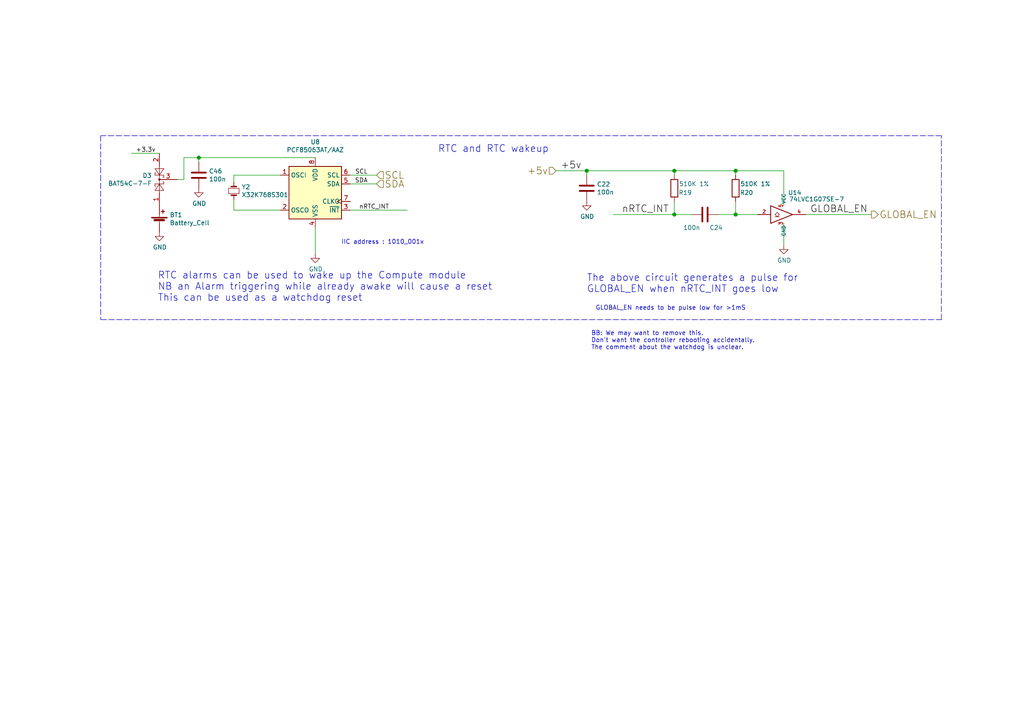
<source format=kicad_sch>
(kicad_sch (version 20230121) (generator eeschema)
  (paper "A4")
  (title_block (title "Compute Module 4 IO USB3 Board - RTC - FAN") (rev "1") (company "Copyright © 2020-2022 Raspberry Pi Ltd (formerly Raspberry Pi (Trading) Ltd.)") (comment 1 "www.raspberrypi.com"))
  (lib_symbols
    (symbol "CM4IO:74LVC1G07_copy"
      (property "Reference" "U" (at -2.54 3.81 0))
      (property "Value" "74LVC1G07_copy" (at 0 -3.81 0))
      (symbol "74LVC1G07_copy_0_1"
        (polyline (pts (xy -2.54 -0.635) (xy -1.27 -0.635)))
        (polyline (pts (xy -3.81 2.54) (xy -3.81 -2.54) (xy 2.54 0) (xy -3.81 2.54)) (stroke (width 0.254)))
        (polyline (pts (xy -1.905 0.635) (xy -2.54 0) (xy -1.905 -0.635) (xy -1.27 0) (xy -1.905 0.635)))
      )
      (symbol "74LVC1G07_copy_1_1"
        (pin input line (at -7.62 0 0) (length 3.81) (name "~") (number "2"))
        (pin power_in line (at 0 -2.54 270) (length 0) (name "GND") (number "3"))
        (pin open_collector line (at 6.35 0 180) (length 3.81) (name "~") (number "4"))
        (pin power_in line (at 0 2.54 90) (length 0) (name "VCC") (number "5"))
      )
    )
    (symbol "Device:Battery_Cell" (pin_numbers hide) (pin_names (offset 0) hide)
      (property "Reference" "BT" (at 2.54 2.54 0))
      (property "Value" "Battery_Cell" (at 2.54 0 0))
      (symbol "Battery_Cell_0_1"
        (rectangle (start -2.286 1.778) (end 2.286 1.524) (fill (type outline)))
        (rectangle (start -1.5748 1.1938) (end 1.4732 0.6858) (fill (type outline)))
        (polyline (pts (xy 0 0.762) (xy 0 0)))
        (polyline (pts (xy 0 1.778) (xy 0 2.54)))
        (polyline (pts (xy 0.508 3.429) (xy 1.524 3.429)) (stroke (width 0.254)))
        (polyline (pts (xy 1.016 3.937) (xy 1.016 2.921)) (stroke (width 0.254)))
      )
      (symbol "Battery_Cell_1_1"
        (pin passive line (at 0 5.08 270) (length 2.54) (name "+") (number "1"))
        (pin passive line (at 0 -2.54 90) (length 2.54) (name "-") (number "2"))
      )
    )
    (symbol "Device:C" (pin_numbers hide) (pin_names (offset 0.254))
      (property "Reference" "C" (at 0.635 2.54 0))
      (property "Value" "C" (at 0.635 -2.54 0))
      (symbol "C_0_1"
        (polyline (pts (xy -2.032 -0.762) (xy 2.032 -0.762)) (stroke (width 0.508)))
        (polyline (pts (xy -2.032 0.762) (xy 2.032 0.762)) (stroke (width 0.508)))
      )
      (symbol "C_1_1"
        (pin passive line (at 0 3.81 270) (length 2.794) (name "~") (number "1"))
        (pin passive line (at 0 -3.81 90) (length 2.794) (name "~") (number "2"))
      )
    )
    (symbol "Device:Crystal_Small" (pin_numbers hide) (pin_names hide)
      (property "Reference" "Y" (at 0 2.54 0))
      (property "Value" "Crystal_Small" (at 0 -2.54 0))
      (symbol "Crystal_Small_0_1"
        (rectangle (start -0.762 -1.524) (end 0.762 1.524))
        (polyline (pts (xy -1.27 -0.762) (xy -1.27 0.762)) (stroke (width 0.381)))
        (polyline (pts (xy 1.27 -0.762) (xy 1.27 0.762)) (stroke (width 0.381)))
      )
      (symbol "Crystal_Small_1_1"
        (pin passive line (at -2.54 0 0) (length 1.27) (name "1") (number "1"))
        (pin passive line (at 2.54 0 180) (length 1.27) (name "2") (number "2"))
      )
    )
    (symbol "Device:R" (pin_numbers hide) (pin_names (offset 0))
      (property "Reference" "R" (at 2.032 0 90))
      (property "Value" "R" (at 0 0 90))
      (symbol "R_0_1"
        (rectangle (start -1.016 -2.54) (end 1.016 2.54) (stroke (width 0.254)))
      )
      (symbol "R_1_1"
        (pin passive line (at 0 3.81 270) (length 1.27) (name "~") (number "1"))
        (pin passive line (at 0 -3.81 90) (length 1.27) (name "~") (number "2"))
      )
    )
    (symbol "Diode:BAT54C"
      (property "Reference" "D" (at 0.635 -3.81 0))
      (property "Value" "BAT54C" (at -6.35 3.175 0))
      (symbol "BAT54C_0_1"
        (polyline (pts (xy -1.905 0) (xy 1.905 0)))
        (polyline (pts (xy -1.905 1.27) (xy -1.905 1.016)))
        (polyline (pts (xy -1.27 -1.27) (xy -0.635 -1.27)))
        (polyline (pts (xy -1.27 0) (xy -3.81 0)))
        (polyline (pts (xy -1.27 1.27) (xy -1.905 1.27)))
        (polyline (pts (xy -1.27 1.27) (xy -1.27 -1.27)))
        (polyline (pts (xy -0.635 -1.27) (xy -0.635 -1.016)))
        (polyline (pts (xy 0.635 -1.27) (xy 0.635 -1.016)))
        (polyline (pts (xy 1.27 -1.27) (xy 0.635 -1.27)))
        (polyline (pts (xy 1.27 1.27) (xy 1.27 -1.27)))
        (polyline (pts (xy 1.27 1.27) (xy 1.905 1.27)))
        (polyline (pts (xy 1.905 1.27) (xy 1.905 1.016)))
        (polyline (pts (xy 3.81 0) (xy 1.27 0)))
        (polyline (pts (xy -3.175 -1.27) (xy -3.175 1.27) (xy -1.27 0) (xy -3.175 -1.27)))
        (polyline (pts (xy 3.175 -1.27) (xy 3.175 1.27) (xy 1.27 0) (xy 3.175 -1.27)))
        (circle (center 0 0) (radius 0.254) (fill (type outline)))
      )
      (symbol "BAT54C_1_1"
        (pin passive line (at -7.62 0 0) (length 3.81) (name "~") (number "1"))
        (pin passive line (at 7.62 0 180) (length 3.81) (name "~") (number "2"))
        (pin passive line (at 0 -5.08 90) (length 5.08) (name "~") (number "3"))
      )
    )
    (symbol "Timer_RTC:PCF8563T"
      (property "Reference" "U" (at -7.62 8.89 0))
      (property "Value" "PCF8563T" (at 2.54 8.89 0))
      (symbol "PCF8563T_0_1"
        (rectangle (start -7.62 7.62) (end 7.62 -7.62) (stroke (width 0.254)) (fill (type background)))
      )
      (symbol "PCF8563T_1_1"
        (pin input line (at -10.16 5.08 0) (length 2.54) (name "OSCI") (number "1"))
        (pin output line (at -10.16 -5.08 0) (length 2.54) (name "OSCO") (number "2"))
        (pin output line (at 10.16 -5.08 180) (length 2.54) (name "~{INT}") (number "3"))
        (pin power_in line (at 0 -10.16 90) (length 2.54) (name "VSS") (number "4"))
        (pin bidirectional line (at 10.16 2.54 180) (length 2.54) (name "SDA") (number "5"))
        (pin input line (at 10.16 5.08 180) (length 2.54) (name "SCL") (number "6"))
        (pin output clock (at 10.16 -2.54 180) (length 2.54) (name "CLKO") (number "7"))
        (pin power_in line (at 0 10.16 270) (length 2.54) (name "VDD") (number "8"))
      )
    )
    (symbol "power:GND" (power) (pin_names (offset 0))
      (property "Value" "GND" (at 0 -3.81 0))
      (symbol "GND_0_1"
        (polyline (pts (xy 0 0) (xy 0 -1.27) (xy 1.27 -1.27) (xy 0 -2.54) (xy -1.27 -1.27) (xy 0 -1.27)))
      )
      (symbol "GND_1_1"
        (pin power_in line (at 0 0 270) (length 0) hide (name "GND") (number "1"))
      )
    )
  )
  (junction (at 57.658 45.72) (diameter 1.016))
  (junction (at 170.18 49.53) (diameter 1.016))
  (junction (at 195.58 62.23) (diameter 1.016))
  (junction (at 195.58 49.53) (diameter 1.016))
  (junction (at 213.36 49.53) (diameter 1.016))
  (junction (at 213.36 62.23) (diameter 1.016))
  (wire (pts (xy 57.658 45.72) (xy 57.658 47.0154)))
  (polyline (pts (xy 29.21 39.37) (xy 29.21 92.71)) (stroke (width 0) (type dash)))
  (wire (pts (xy 195.58 49.53) (xy 213.36 49.53)))
  (wire (pts (xy 161.29 49.53) (xy 170.18 49.53)))
  (wire (pts (xy 213.36 49.53) (xy 213.36 50.8)))
  (wire (pts (xy 109.22 50.8) (xy 101.6 50.8)))
  (wire (pts (xy 67.818 50.8) (xy 67.818 52.832)))
  (wire (pts (xy 53.34 45.72) (xy 57.658 45.72)))
  (wire (pts (xy 195.58 62.23) (xy 200.66 62.23)))
  (wire (pts (xy 91.44 66.04) (xy 91.44 73.66)))
  (wire (pts (xy 195.58 62.23) (xy 195.58 58.42)))
  (wire (pts (xy 213.36 49.53) (xy 227.33 49.53)))
  (wire (pts (xy 67.818 60.96) (xy 67.818 57.912)))
  (wire (pts (xy 213.36 62.23) (xy 219.71 62.23)))
  (wire (pts (xy 81.28 60.96) (xy 67.818 60.96)))
  (polyline (pts (xy 273.05 92.71) (xy 273.05 39.37)) (stroke (width 0) (type dash)))
  (wire (pts (xy 51.308 52.07) (xy 53.34 52.07)))
  (wire (pts (xy 53.34 52.07) (xy 53.34 45.72)))
  (wire (pts (xy 170.18 49.53) (xy 195.58 49.53)))
  (wire (pts (xy 109.22 53.34) (xy 101.6 53.34)))
  (wire (pts (xy 213.36 62.23) (xy 213.36 58.42)))
  (wire (pts (xy 233.68 62.23) (xy 252.73 62.23)))
  (polyline (pts (xy 29.21 92.71) (xy 273.05 92.71)) (stroke (width 0) (type dash)))
  (wire (pts (xy 38.1 44.45) (xy 46.228 44.45)))
  (wire (pts (xy 227.33 49.53) (xy 227.33 59.69)))
  (wire (pts (xy 57.658 45.72) (xy 91.44 45.72)))
  (polyline (pts (xy 273.05 39.37) (xy 29.21 39.37)) (stroke (width 0) (type dash)))
  (wire (pts (xy 170.18 50.8) (xy 170.18 49.53)))
  (wire (pts (xy 208.28 62.23) (xy 213.36 62.23)))
  (wire (pts (xy 101.6 60.96) (xy 118.11 60.96)))
  (wire (pts (xy 177.8 62.23) (xy 195.58 62.23)))
  (wire (pts (xy 67.818 50.8) (xy 81.28 50.8)))
  (wire (pts (xy 195.58 49.53) (xy 195.58 50.8)))
  (wire (pts (xy 227.33 64.77) (xy 227.33 71.12)))
  (text "BB: We may want to remove this.\nDon't want the controller rebooting accidentally.\nThe comment about the watchdog is unclear." (at 171.45 101.6 0) (effects (font (size 1.27 1.27)) (justify left bottom)))
  (text "GLOBAL_EN needs to be pulse low for >1mS" (at 172.72 90.17 0) (effects (font (size 1.27 1.27)) (justify left bottom)))
  (text "RTC and RTC wakeup" (at 127 44.45 0) (effects (font (size 2.0066 2.0066)) (justify left bottom)))
  (text "The above circuit generates a pulse for\nGLOBAL_EN when nRTC_INT goes low" (at 170.18 85.09 0) (effects (font (size 2.0066 2.0066)) (justify left bottom)))
  (text "IIC address : 1010_001x" (at 98.9838 71.0438 0) (effects (font (size 1.27 1.27)) (justify left bottom)))
  (text "RTC alarms can be used to wake up the Compute module\nNB an Alarm triggering while already awake will cause a reset \nThis can be used as a watchdog reset " (at 45.72 87.63 0) (effects (font (size 2.0066 2.0066)) (justify left bottom)))
  (label "+3.3v" (at 39.37 44.45 0))
  (label "+5v" (at 162.56 49.53 0) (effects (font (size 2.0066 2.0066))))
  (label "GLOBAL_EN" (at 234.95 62.23 0) (effects (font (size 2.0066 2.0066))))
  (label "SCL" (at 106.68 50.8 180))
  (label "nRTC_INT" (at 180.34 62.23 0) (effects (font (size 2.0066 2.0066))))
  (label "SDA" (at 106.68 53.34 180))
  (label "nRTC_INT" (at 104.14 60.96 0))
  (hierarchical_label "SDA" (shape input) (at 109.22 53.34 0) (effects (font (size 2.0066 2.0066))))
  (hierarchical_label "GLOBAL_EN" (shape output) (at 252.73 62.23 0) (effects (font (size 2.0066 2.0066))))
  (hierarchical_label "+5v" (shape input) (at 161.29 49.53 180) (effects (font (size 2.0066 2.0066))))
  (hierarchical_label "SCL" (shape input) (at 109.22 50.8 0) (effects (font (size 2.0066 2.0066))))
  (symbol (lib_id "power:GND") (at 91.44 73.66 0) (unit 1)
    (property "Reference" "#PWR028" (effects hide))
    (property "Value" "GND" (at 91.567 78.0542 0))
  )
  (symbol (lib_id "Device:Battery_Cell") (at 46.228 64.77 0) (unit 1)
    (property "Reference" "BT1" (at 49.2252 62.3316 0) (effects (justify left)))
    (property "Value" "Battery_Cell" (at 49.2252 64.643 0) (effects (justify left)))
    (property "Footprint" "Battery:BatteryHolder_Keystone_3034_1x20mm" (effects hide))
    (property "Datasheet" "https://www.keyelco.com/userAssets/file/M65p9.pdf" (effects hide))
    (property "Field4" "Digikey" (effects hide))
    (property "Field5" "36-3034-ND" (effects hide))
    (property "Field6" "3034" (effects hide))
    (property "Field7" "Keystone" (effects hide))
    (property "Part Description" "	Battery Retainer Coin, 20.0mm 1 Cell SMD (SMT) Tab" (effects hide))
  )
  (symbol (lib_id "power:GND") (at 46.228 67.31 0) (unit 1)
    (property "Reference" "#PWR030" (effects hide))
    (property "Value" "GND" (at 46.355 71.7042 0))
  )
  (symbol (lib_id "CM4IO:74LVC1G07_copy") (at 227.33 62.23 0) (unit 1)
    (property "Reference" "U14" (at 230.505 55.88 0))
    (property "Value" "74LVC1G07SE-7" (at 236.855 57.785 0))
    (property "Footprint" "Package_TO_SOT_SMD:SOT-353_SC-70-5" (effects hide))
    (property "Datasheet" "https://www.diodes.com/assets/Datasheets/74LVC1G07.pdf" (effects hide))
    (property "Field4" "Farnell" (effects hide))
    (property "Field5" "2425492" (effects hide))
    (property "Field6" "74LVC1G07SE-7" (effects hide))
    (property "Field7" "Diodes" (effects hide))
    (property "Part Description" "Buffer, Non-Inverting 1 Element 1 Bit per Element Open Drain Output SOT-353" (effects hide))
  )
  (symbol (lib_id "Device:R") (at 195.58 54.61 180) (unit 1)
    (property "Reference" "R19" (at 198.755 55.88 0))
    (property "Value" "510K 1%" (at 201.295 53.34 0))
    (property "Footprint" "Resistor_SMD:R_0402_1005Metric" (effects hide))
    (property "Datasheet" "https://fscdn.rohm.com/en/products/databook/datasheet/passive/resistor/chip_resistor/mcr-e.pdf" (effects hide))
    (property "Field4" "Farnell" (effects hide))
    (property "Field5" "1458807" (effects hide))
    (property "Field7" "Rohm" (effects hide))
    (property "Field6" "MCR01MZPF5103" (effects hide))
    (property "Part Description" "Resistor 510K M1005 1% 63mW" (effects hide))
  )
  (symbol (lib_id "Device:R") (at 213.36 54.61 180) (unit 1)
    (property "Reference" "R20" (at 216.535 55.88 0))
    (property "Value" "510K 1%" (at 219.075 53.34 0))
    (property "Footprint" "Resistor_SMD:R_0402_1005Metric" (effects hide))
    (property "Datasheet" "https://fscdn.rohm.com/en/products/databook/datasheet/passive/resistor/chip_resistor/mcr-e.pdf" (effects hide))
    (property "Field4" "Farnell" (effects hide))
    (property "Field5" "1458807" (effects hide))
    (property "Field7" "Rohm" (effects hide))
    (property "Field6" "MCR01MZPF5103" (effects hide))
    (property "Part Description" "Resistor 510K M1005 1% 63mW" (effects hide))
  )
  (symbol (lib_id "Device:C") (at 170.18 54.61 0) (unit 1)
    (property "Reference" "C22" (at 173.101 53.4416 0) (effects (justify left)))
    (property "Value" "100n" (at 173.101 55.753 0) (effects (justify left)))
    (property "Footprint" "Capacitor_SMD:C_0402_1005Metric" (effects hide))
    (property "Datasheet" "https://search.murata.co.jp/Ceramy/image/img/A01X/G101/ENG/GRM155R71C104KA88-01.pdf" (effects hide))
    (property "Field4" "Farnell" (effects hide))
    (property "Field5" "2611911" (effects hide))
    (property "Field6" "RM EMK105 B7104KV-F" (effects hide))
    (property "Field7" "TAIYO YUDEN EUROPE GMBH" (effects hide))
    (property "Part Description" "	0.1uF 10% 16V Ceramic Capacitor X7R 0402 (1005 Metric)" (effects hide))
    (property "Field8" "110091611" (effects hide))
  )
  (symbol (lib_id "Device:C") (at 204.47 62.23 270) (unit 1)
    (property "Reference" "C24" (at 205.74 66.04 90) (effects (justify left)))
    (property "Value" "100n" (at 198.12 66.04 90) (effects (justify left)))
    (property "Footprint" "Capacitor_SMD:C_0402_1005Metric" (effects hide))
    (property "Datasheet" "https://search.murata.co.jp/Ceramy/image/img/A01X/G101/ENG/GRM155R71C104KA88-01.pdf" (effects hide))
    (property "Field4" "Farnell" (effects hide))
    (property "Field5" "2611911" (effects hide))
    (property "Field6" "RM EMK105 B7104KV-F" (effects hide))
    (property "Field7" "TAIYO YUDEN EUROPE GMBH" (effects hide))
    (property "Part Description" "	0.1uF 10% 16V Ceramic Capacitor X7R 0402 (1005 Metric)" (effects hide))
    (property "Field8" "110091611" (effects hide))
  )
  (symbol (lib_id "power:GND") (at 227.33 71.12 0) (unit 1)
    (property "Reference" "#PWR034" (effects hide))
    (property "Value" "GND" (at 227.457 75.5142 0))
  )
  (symbol (lib_id "power:GND") (at 170.18 58.42 0) (unit 1)
    (property "Reference" "#PWR031" (effects hide))
    (property "Value" "GND" (at 170.307 62.8142 0))
  )
  (symbol (lib_id "Timer_RTC:PCF8563T") (at 91.44 55.88 0) (unit 1)
    (property "Reference" "U8" (at 91.44 41.1734 0))
    (property "Value" "PCF85063AT/AAZ" (at 91.44 43.4848 0))
    (property "Footprint" "Package_SO:SOIC-8_3.9x4.9mm_P1.27mm" (effects hide))
    (property "Datasheet" "https://www.nxp.com/docs/en/data-sheet/PCF85063A.pdf" (effects hide))
    (property "Field4" "Farnell" (effects hide))
    (property "Field5" "2890042" (effects hide))
    (property "Field7" "NXP" (effects hide))
    (property "Field6" "PCF85063AT/AAZ" (effects hide))
    (property "Part Description" "Real Time Clock (RTC) IC Clock/Calendar I²C, 2-Wire Serial 8-SOIC (0.154\", 3.90mm Width)" (effects hide))
  )
  (symbol (lib_id "Device:Crystal_Small") (at 67.818 55.372 90) (unit 1)
    (property "Reference" "Y2" (at 70.0532 54.229 90) (effects (justify right)))
    (property "Value" "X32K768S301" (at 70.0532 56.515 90) (effects (justify right)))
    (property "Footprint" "Crystal:Crystal_SMD_3215-2Pin_3.2x1.5mm" (effects hide))
    (property "Field6" "X32K768S301" (effects hide))
    (property "Field7" "AEL" (effects hide))
    (property "Part Description" "Crystal 32.768KHz 7pF 20pmm" (effects hide))
  )
  (symbol (lib_id "Diode:BAT54C") (at 46.228 52.07 90) (unit 1)
    (property "Reference" "D3" (at 44.0182 50.927 90) (effects (justify left)))
    (property "Value" "BAT54C-7-F" (at 44.0182 53.213 90) (effects (justify left)))
    (property "Footprint" "Package_TO_SOT_SMD:SOT-23" (effects hide))
    (property "Datasheet" "http://www.farnell.com/datasheets/2861240.pdf?_ga=2.129831176.54358802.1587372871-1787849031.1568210898&_gac=1.175311126.1587399424.EAIaIQobChMInOvF07P36AIVw7HtCh0NWwCeEAAYAyAAEgI0YfD_BwE" (effects hide))
    (property "Field4" "Farnell" (effects hide))
    (property "Field5" "2306010" (effects hide))
    (property "Field6" "BAT54C-7-F" (effects hide))
    (property "Field7" "Rohm" (effects hide))
    (property "Part Description" "Diode Array 1 Pair Common Cathode Schottky 30V 200mA (DC) Surface Mount TO-236-3, SC-59, SOT-23-3" (effects hide))
  )
  (symbol (lib_id "power:GND") (at 57.658 54.6354 0) (unit 1)
    (property "Reference" "#PWR03" (effects hide))
    (property "Value" "GND" (at 57.785 59.0296 0))
  )
  (symbol (lib_id "Device:C") (at 57.658 50.8254 0) (unit 1)
    (property "Reference" "C46" (at 60.579 49.657 0) (effects (justify left)))
    (property "Value" "100n" (at 60.579 51.9684 0) (effects (justify left)))
    (property "Footprint" "Capacitor_SMD:C_0402_1005Metric" (effects hide))
    (property "Datasheet" "https://search.murata.co.jp/Ceramy/image/img/A01X/G101/ENG/GRM155R71C104KA88-01.pdf" (effects hide))
    (property "Field4" "Farnell" (effects hide))
    (property "Field5" "2611911" (effects hide))
    (property "Field6" "RM EMK105 B7104KV-F" (effects hide))
    (property "Field7" "TAIYO YUDEN EUROPE GMBH" (effects hide))
    (property "Part Description" "	0.1uF 10% 16V Ceramic Capacitor X7R 0402 (1005 Metric)" (effects hide))
    (property "Field8" "110091611" (effects hide))
  )
)
</source>
